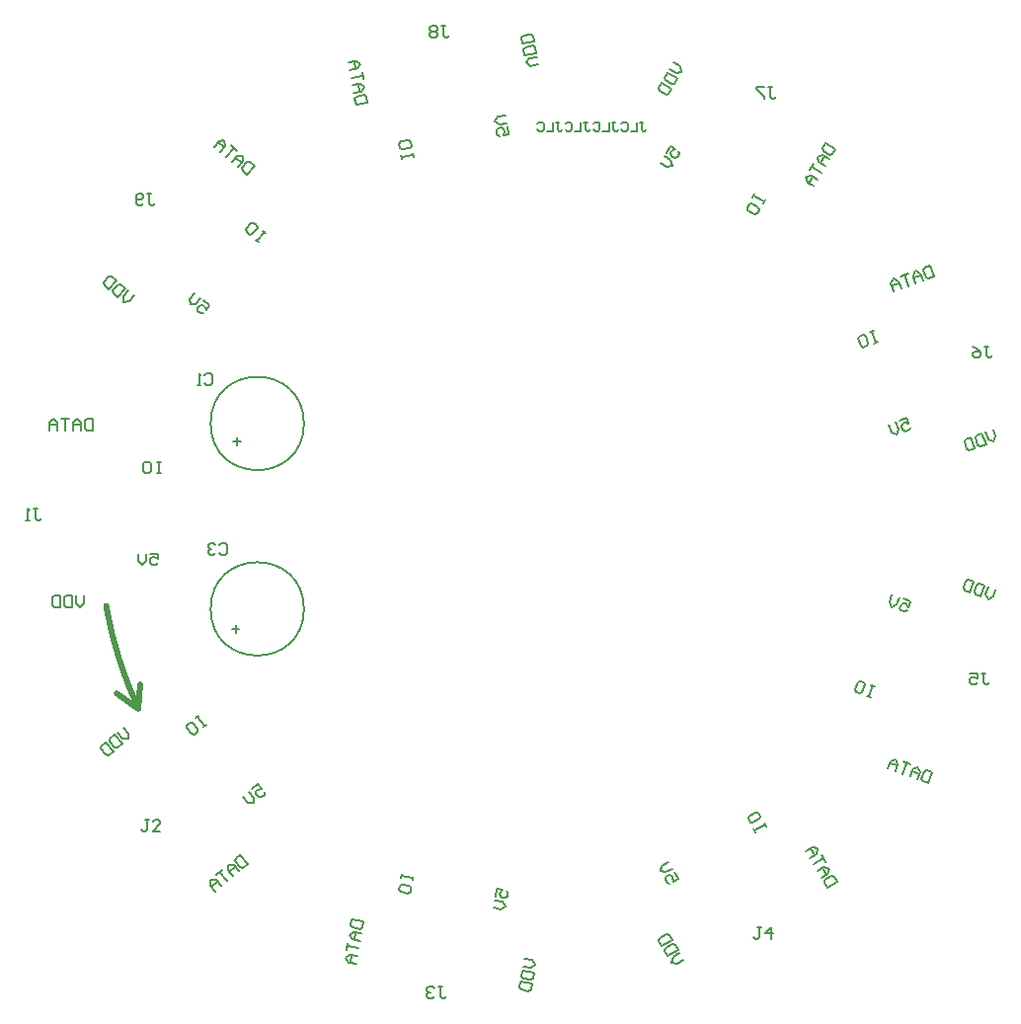
<source format=gbo>
G04*
G04 #@! TF.GenerationSoftware,Altium Limited,Altium Designer,21.7.2 (23)*
G04*
G04 Layer_Color=32896*
%FSAX44Y44*%
%MOMM*%
G71*
G04*
G04 #@! TF.SameCoordinates,BC3DF66D-9A31-43CB-B5B9-6859CD03794F*
G04*
G04*
G04 #@! TF.FilePolarity,Positive*
G04*
G01*
G75*
%ADD13C,0.5000*%
%ADD14C,0.2000*%
%ADD102C,0.1500*%
D13*
X00084426Y00359531D02*
G03*
X00112217Y00271210I00344824J00059969D01*
G01*
X00093391Y00284697D02*
X00112217Y00271210D01*
X00112250Y00271500D02*
X00113653Y00292540D01*
D14*
X00254000Y00516000D02*
G03*
X00254000Y00516000I-00040000J00000000D01*
G01*
Y00357000D02*
G03*
X00254000Y00357000I-00040000J00000000D01*
G01*
X00443126Y00056918D02*
X00449690Y00055760D01*
X00452393Y00051900D01*
X00448532Y00049197D01*
X00441969Y00050354D01*
X00441390Y00047073D02*
X00451235Y00045337D01*
X00450367Y00040414D01*
X00448437Y00039063D01*
X00441874Y00040220D01*
X00440522Y00042150D01*
X00441390Y00047073D01*
X00439655Y00037228D02*
X00449499Y00035492D01*
X00448631Y00030569D01*
X00446701Y00029218D01*
X00440138Y00030375D01*
X00438787Y00032305D01*
X00439655Y00037228D01*
X00295230Y00090611D02*
X00305075Y00088875D01*
X00304207Y00083953D01*
X00302277Y00082601D01*
X00295714Y00083759D01*
X00294363Y00085689D01*
X00295230Y00090611D01*
X00303339Y00079030D02*
X00296776Y00080188D01*
X00292916Y00077485D01*
X00295619Y00073625D01*
X00302182Y00072467D01*
X00297260Y00073335D01*
X00298417Y00079898D01*
X00291759Y00070922D02*
X00290601Y00064358D01*
X00291180Y00067640D01*
X00301025Y00065904D01*
X00299868Y00059341D02*
X00293304Y00060498D01*
X00289444Y00057795D01*
X00292147Y00053935D01*
X00298710Y00052777D01*
X00293788Y00053645D01*
X00294945Y00060209D01*
X00337838Y00129364D02*
X00337259Y00126082D01*
X00337549Y00127723D01*
X00347394Y00125987D01*
X00347683Y00127628D01*
X00347104Y00124346D01*
X00335524Y00116237D02*
X00336102Y00119519D01*
X00338032Y00120870D01*
X00344596Y00119713D01*
X00345947Y00117783D01*
X00345368Y00114501D01*
X00343438Y00113150D01*
X00336875Y00114307D01*
X00335524Y00116237D01*
X00418181Y00110550D02*
X00419338Y00117114D01*
X00424261Y00116246D01*
X00422041Y00113253D01*
X00421752Y00111613D01*
X00423103Y00109682D01*
X00426385Y00109104D01*
X00428315Y00110455D01*
X00428894Y00113737D01*
X00427542Y00115667D01*
X00417602Y00107269D02*
X00424165Y00106111D01*
X00426869Y00102251D01*
X00423008Y00099548D01*
X00416445Y00100705D01*
X00847224Y00373707D02*
X00844944Y00367445D01*
X00840673Y00365453D01*
X00838682Y00369724D01*
X00840961Y00375987D01*
X00837830Y00377126D02*
X00834411Y00367733D01*
X00829714Y00369442D01*
X00828718Y00371577D01*
X00830997Y00377840D01*
X00833133Y00378836D01*
X00837830Y00377126D01*
X00828436Y00380546D02*
X00825017Y00371152D01*
X00820320Y00372861D01*
X00819324Y00374997D01*
X00821603Y00381259D01*
X00823739Y00382255D01*
X00828436Y00380546D01*
X00767711Y00365737D02*
X00773974Y00363457D01*
X00772264Y00358760D01*
X00769703Y00361466D01*
X00768137Y00362035D01*
X00766002Y00361040D01*
X00764862Y00357908D01*
X00765858Y00355773D01*
X00768989Y00354633D01*
X00771124Y00355629D01*
X00764580Y00366876D02*
X00762300Y00360614D01*
X00758029Y00358622D01*
X00756038Y00362893D01*
X00758317Y00369156D01*
X00743474Y00290707D02*
X00740342Y00291847D01*
X00741908Y00291277D01*
X00738489Y00281883D01*
X00740055Y00281313D01*
X00736923Y00282453D01*
X00730949Y00295266D02*
X00734080Y00294126D01*
X00735076Y00291991D01*
X00732796Y00285728D01*
X00730661Y00284732D01*
X00727530Y00285872D01*
X00726534Y00288008D01*
X00728813Y00294270D01*
X00730949Y00295266D01*
X00792724Y00216957D02*
X00789305Y00207563D01*
X00784608Y00209273D01*
X00783612Y00211408D01*
X00785891Y00217671D01*
X00788027Y00218667D01*
X00792724Y00216957D01*
X00779911Y00210982D02*
X00782190Y00217245D01*
X00780199Y00221516D01*
X00775928Y00219524D01*
X00773648Y00213262D01*
X00775358Y00217959D01*
X00781620Y00215679D01*
X00773936Y00223796D02*
X00767673Y00226075D01*
X00770805Y00224935D01*
X00767386Y00215541D01*
X00761123Y00217821D02*
X00763402Y00224083D01*
X00761411Y00228354D01*
X00757140Y00226363D01*
X00754860Y00220100D01*
X00756570Y00224797D01*
X00762832Y00222518D01*
X00570621Y00825452D02*
X00576393Y00822120D01*
X00577612Y00817568D01*
X00573060Y00816348D01*
X00567289Y00819681D01*
X00565622Y00816795D02*
X00574280Y00811796D01*
X00571781Y00807468D01*
X00569505Y00806858D01*
X00563733Y00810190D01*
X00563123Y00812466D01*
X00565622Y00816795D01*
X00560624Y00808137D02*
X00569282Y00803139D01*
X00566782Y00798810D01*
X00564506Y00798201D01*
X00558735Y00801533D01*
X00558125Y00803809D01*
X00560624Y00808137D01*
X00701111Y00756266D02*
X00709768Y00751268D01*
X00707269Y00746939D01*
X00704993Y00746329D01*
X00699221Y00749662D01*
X00698611Y00751938D01*
X00701111Y00756266D01*
X00704770Y00742610D02*
X00698998Y00745943D01*
X00694446Y00744723D01*
X00695666Y00740171D01*
X00701437Y00736839D01*
X00697109Y00739338D01*
X00700441Y00745110D01*
X00691114Y00738951D02*
X00687782Y00733180D01*
X00689448Y00736066D01*
X00698105Y00731067D01*
X00694773Y00725295D02*
X00689001Y00728628D01*
X00684449Y00727408D01*
X00685669Y00722856D01*
X00691441Y00719524D01*
X00687112Y00722023D01*
X00690444Y00727795D01*
X00640611Y00712766D02*
X00638944Y00709881D01*
X00639777Y00711323D01*
X00648435Y00706325D01*
X00649268Y00707768D01*
X00647602Y00704882D01*
X00633946Y00701223D02*
X00635612Y00704109D01*
X00637888Y00704719D01*
X00643660Y00701386D01*
X00644270Y00699110D01*
X00642603Y00696225D01*
X00640328Y00695615D01*
X00634556Y00698947D01*
X00633946Y00701223D01*
X00564528Y00747995D02*
X00567860Y00753766D01*
X00572189Y00751267D01*
X00569080Y00749214D01*
X00568247Y00747772D01*
X00568857Y00745496D01*
X00571743Y00743829D01*
X00574019Y00744439D01*
X00575685Y00747325D01*
X00575075Y00749601D01*
X00562862Y00745109D02*
X00568634Y00741777D01*
X00569853Y00737225D01*
X00565302Y00736005D01*
X00559530Y00739337D01*
X00209651Y00202371D02*
X00214757Y00206654D01*
X00217969Y00202826D01*
X00214346Y00201960D01*
X00213069Y00200889D01*
X00212864Y00198542D01*
X00215006Y00195989D01*
X00217353Y00195784D01*
X00219906Y00197926D01*
X00220111Y00200273D01*
X00207099Y00200229D02*
X00211383Y00195123D01*
X00210972Y00190429D01*
X00206277Y00190840D01*
X00201993Y00195945D01*
X00099256Y00255404D02*
X00103540Y00250299D01*
X00103130Y00245605D01*
X00098435Y00246015D01*
X00094151Y00251121D01*
X00091599Y00248979D02*
X00098024Y00241321D01*
X00094195Y00238108D01*
X00091848Y00238313D01*
X00087564Y00243419D01*
X00087770Y00245766D01*
X00091599Y00248979D01*
X00083941Y00242553D02*
X00090366Y00234895D01*
X00086537Y00231682D01*
X00084190Y00231887D01*
X00079906Y00236993D01*
X00080112Y00239340D01*
X00083941Y00242553D01*
X00163757Y00265655D02*
X00161204Y00263512D01*
X00162480Y00264583D01*
X00168906Y00256926D01*
X00170182Y00257997D01*
X00167630Y00255855D01*
X00153546Y00257087D02*
X00156098Y00259229D01*
X00158446Y00259023D01*
X00162730Y00253918D01*
X00162524Y00251571D01*
X00159972Y00249429D01*
X00157624Y00249634D01*
X00153341Y00254739D01*
X00153546Y00257087D01*
X00199256Y00146154D02*
X00205682Y00138497D01*
X00201853Y00135284D01*
X00199506Y00135489D01*
X00195222Y00140594D01*
X00195427Y00142942D01*
X00199256Y00146154D01*
X00198024Y00132071D02*
X00193741Y00137176D01*
X00189046Y00137587D01*
X00188635Y00132892D01*
X00192919Y00127787D01*
X00189706Y00131616D01*
X00194811Y00135900D01*
X00183941Y00133303D02*
X00178835Y00129019D01*
X00181388Y00131161D01*
X00187814Y00123503D01*
X00182708Y00119219D02*
X00178425Y00124324D01*
X00173730Y00124735D01*
X00173319Y00120041D01*
X00177603Y00114935D01*
X00174390Y00118764D01*
X00179496Y00123048D01*
X00837416Y00582248D02*
X00840748D01*
X00839082D01*
Y00573918D01*
X00840748Y00572252D01*
X00842414D01*
X00844081Y00573918D01*
X00827419Y00582248D02*
X00830752Y00580582D01*
X00834084Y00577250D01*
Y00573918D01*
X00832418Y00572252D01*
X00829085D01*
X00827419Y00573918D01*
Y00575584D01*
X00829085Y00577250D01*
X00834084D01*
X00120910Y00176328D02*
X00117578D01*
X00119244D01*
Y00167997D01*
X00117578Y00166331D01*
X00115912D01*
X00114245Y00167997D01*
X00130907Y00166331D02*
X00124242D01*
X00130907Y00172995D01*
Y00174662D01*
X00129241Y00176328D01*
X00125908D01*
X00124242Y00174662D01*
X00835166Y00301998D02*
X00838498D01*
X00836832D01*
Y00293668D01*
X00838498Y00292002D01*
X00840164D01*
X00841831Y00293668D01*
X00825169Y00301998D02*
X00831834D01*
Y00297000D01*
X00828502Y00298666D01*
X00826835D01*
X00825169Y00297000D01*
Y00293668D01*
X00826835Y00292002D01*
X00830168D01*
X00831834Y00293668D01*
X00371666Y00857248D02*
X00374998D01*
X00373332D01*
Y00848918D01*
X00374998Y00847252D01*
X00376665D01*
X00378331Y00848918D01*
X00368334Y00855582D02*
X00366668Y00857248D01*
X00363335D01*
X00361669Y00855582D01*
Y00853916D01*
X00363335Y00852250D01*
X00361669Y00850584D01*
Y00848918D01*
X00363335Y00847252D01*
X00366668D01*
X00368334Y00848918D01*
Y00850584D01*
X00366668Y00852250D01*
X00368334Y00853916D01*
Y00855582D01*
X00366668Y00852250D02*
X00363335D01*
X00454717Y00823803D02*
X00448154Y00822645D01*
X00444294Y00825349D01*
X00446997Y00829209D01*
X00453560Y00830366D01*
X00452981Y00833648D02*
X00443136Y00831912D01*
X00442268Y00836834D01*
X00443620Y00838764D01*
X00450183Y00839922D01*
X00452113Y00838570D01*
X00452981Y00833648D01*
X00451245Y00843493D02*
X00441400Y00841757D01*
X00440532Y00846679D01*
X00441884Y00848609D01*
X00448447Y00849766D01*
X00450377Y00848415D01*
X00451245Y00843493D01*
X00308467Y00791303D02*
X00298622Y00789567D01*
X00297754Y00794489D01*
X00299106Y00796419D01*
X00305669Y00797577D01*
X00307599Y00796225D01*
X00308467Y00791303D01*
X00296886Y00799412D02*
X00303450Y00800569D01*
X00306153Y00804429D01*
X00302292Y00807132D01*
X00295729Y00805975D01*
X00300652Y00806843D01*
X00301809Y00800280D01*
X00304995Y00810993D02*
X00303838Y00817556D01*
X00304417Y00814274D01*
X00294572Y00812538D01*
X00293415Y00819102D02*
X00299978Y00820259D01*
X00302681Y00824119D01*
X00298820Y00826822D01*
X00292257Y00825665D01*
X00297180Y00826533D01*
X00298337Y00819969D01*
X00347967Y00744303D02*
X00347389Y00747584D01*
X00347678Y00745944D01*
X00337833Y00744208D01*
X00338122Y00742567D01*
X00337544Y00745848D01*
X00345653Y00757429D02*
X00346231Y00754148D01*
X00344880Y00752217D01*
X00338317Y00751060D01*
X00336386Y00752412D01*
X00335808Y00755693D01*
X00337159Y00757624D01*
X00343722Y00758781D01*
X00345653Y00757429D01*
X00428560Y00770366D02*
X00429717Y00763803D01*
X00424795Y00762935D01*
X00425857Y00766506D01*
X00425568Y00768147D01*
X00423638Y00769498D01*
X00420356Y00768919D01*
X00419004Y00766989D01*
X00419583Y00763708D01*
X00421513Y00762356D01*
X00427981Y00773648D02*
X00421418Y00772490D01*
X00417558Y00775193D01*
X00420261Y00779054D01*
X00426824Y00780211D01*
X00646334Y00083748D02*
X00643002D01*
X00644668D01*
Y00075418D01*
X00643002Y00073752D01*
X00641336D01*
X00639669Y00075418D01*
X00654665Y00073752D02*
Y00083748D01*
X00649666Y00078750D01*
X00656331D01*
X00579640Y00055980D02*
X00573868Y00052648D01*
X00569316Y00053868D01*
X00570536Y00058420D01*
X00576307Y00061752D01*
X00574641Y00064638D02*
X00565984Y00059640D01*
X00563484Y00063968D01*
X00564094Y00066244D01*
X00569866Y00069576D01*
X00572142Y00068967D01*
X00574641Y00064638D01*
X00569643Y00073295D02*
X00560985Y00068297D01*
X00558486Y00072626D01*
X00559096Y00074902D01*
X00564868Y00078234D01*
X00567144Y00077624D01*
X00569643Y00073295D01*
X00711140Y00122730D02*
X00702482Y00117732D01*
X00699983Y00122061D01*
X00700593Y00124337D01*
X00706364Y00127669D01*
X00708640Y00127059D01*
X00711140Y00122730D01*
X00697484Y00126390D02*
X00703255Y00129722D01*
X00704475Y00134274D01*
X00699923Y00135493D01*
X00694151Y00132161D01*
X00698480Y00134660D01*
X00701812Y00128889D01*
X00701143Y00140045D02*
X00697811Y00145817D01*
X00699477Y00142931D01*
X00690819Y00137933D01*
X00687487Y00143704D02*
X00693259Y00147037D01*
X00694478Y00151589D01*
X00689926Y00152808D01*
X00684155Y00149476D01*
X00688483Y00151975D01*
X00691816Y00146204D01*
X00650139Y00170480D02*
X00648473Y00173366D01*
X00649306Y00171923D01*
X00640649Y00166925D01*
X00641482Y00165482D01*
X00639816Y00168368D01*
X00643475Y00182024D02*
X00645141Y00179138D01*
X00644531Y00176862D01*
X00638760Y00173530D01*
X00636484Y00174139D01*
X00634818Y00177025D01*
X00635427Y00179301D01*
X00641199Y00182633D01*
X00643475Y00182024D01*
X00571557Y00131502D02*
X00574889Y00125730D01*
X00570561Y00123231D01*
X00570338Y00126950D01*
X00569505Y00128393D01*
X00567229Y00129003D01*
X00564343Y00127337D01*
X00563733Y00125061D01*
X00565399Y00122175D01*
X00567675Y00121565D01*
X00569891Y00134388D02*
X00564119Y00131056D01*
X00559567Y00132275D01*
X00560787Y00136827D01*
X00566559Y00140160D01*
X00119839Y00713044D02*
X00123171D01*
X00121505D01*
Y00704713D01*
X00123171Y00703047D01*
X00124837D01*
X00126503Y00704713D01*
X00116506D02*
X00114840Y00703047D01*
X00111508D01*
X00109842Y00704713D01*
Y00711378D01*
X00111508Y00713044D01*
X00114840D01*
X00116506Y00711378D01*
Y00709712D01*
X00114840Y00708045D01*
X00109842D01*
X00108410Y00625834D02*
X00104126Y00620728D01*
X00099431Y00620317D01*
X00099021Y00625012D01*
X00103305Y00630117D01*
X00100752Y00632259D02*
X00094326Y00624601D01*
X00090497Y00627814D01*
X00090292Y00630162D01*
X00094576Y00635267D01*
X00096923Y00635472D01*
X00100752Y00632259D01*
X00093094Y00638685D02*
X00086668Y00631027D01*
X00082839Y00634240D01*
X00082634Y00636587D01*
X00086918Y00641693D01*
X00089265Y00641898D01*
X00093094Y00638685D01*
X00211537Y00737068D02*
X00205112Y00729410D01*
X00201283Y00732623D01*
X00201077Y00734971D01*
X00205361Y00740076D01*
X00207708Y00740281D01*
X00211537Y00737068D01*
X00197454Y00735836D02*
X00201737Y00740941D01*
X00201327Y00745636D01*
X00196632Y00745225D01*
X00192348Y00740120D01*
X00195561Y00743949D01*
X00200667Y00739665D01*
X00196222Y00749920D02*
X00191116Y00754204D01*
X00193669Y00752062D01*
X00187243Y00744404D01*
X00182138Y00748688D02*
X00186422Y00753793D01*
X00186011Y00758488D01*
X00181316Y00758077D01*
X00177032Y00752972D01*
X00180245Y00756801D01*
X00185351Y00752517D01*
X00221429Y00679226D02*
X00218877Y00681367D01*
X00220153Y00680297D01*
X00213727Y00672639D01*
X00215004Y00671568D01*
X00212451Y00673710D01*
X00211219Y00687793D02*
X00213771Y00685651D01*
X00213977Y00683304D01*
X00209693Y00678199D01*
X00207346Y00677993D01*
X00204793Y00680135D01*
X00204587Y00682483D01*
X00208871Y00687588D01*
X00211219Y00687793D01*
X00168074Y00621510D02*
X00173179Y00617226D01*
X00169966Y00613397D01*
X00168485Y00616815D01*
X00167208Y00617886D01*
X00164861Y00617681D01*
X00162719Y00615128D01*
X00162924Y00612780D01*
X00165477Y00610639D01*
X00167824Y00610844D01*
X00165521Y00623651D02*
X00161237Y00618546D01*
X00156543Y00618135D01*
X00156132Y00622830D01*
X00160416Y00627935D01*
X00651916Y00804248D02*
X00655248D01*
X00653582D01*
Y00795918D01*
X00655248Y00794252D01*
X00656915D01*
X00658581Y00795918D01*
X00648584Y00804248D02*
X00641919D01*
Y00802582D01*
X00648584Y00795918D01*
Y00794252D01*
X00844768Y00511089D02*
X00847047Y00504827D01*
X00845055Y00500556D01*
X00840784Y00502547D01*
X00838505Y00508810D01*
X00835374Y00507670D02*
X00838793Y00498276D01*
X00834096Y00496567D01*
X00831960Y00497562D01*
X00829681Y00503825D01*
X00830677Y00505961D01*
X00835374Y00507670D01*
X00825980Y00504251D02*
X00829399Y00494857D01*
X00824702Y00493148D01*
X00822566Y00494143D01*
X00820287Y00500406D01*
X00821283Y00502542D01*
X00825980Y00504251D01*
X00790768Y00651339D02*
X00794187Y00641945D01*
X00789490Y00640236D01*
X00787354Y00641232D01*
X00785075Y00647494D01*
X00786070Y00649630D01*
X00790768Y00651339D01*
X00784793Y00638526D02*
X00782513Y00644789D01*
X00778242Y00646780D01*
X00776251Y00642509D01*
X00778530Y00636247D01*
X00776821Y00640944D01*
X00783083Y00643223D01*
X00771980Y00644501D02*
X00765717Y00642222D01*
X00768848Y00643361D01*
X00772268Y00633968D01*
X00766005Y00631688D02*
X00763726Y00637951D01*
X00759454Y00639942D01*
X00757463Y00635671D01*
X00759742Y00629409D01*
X00758033Y00634106D01*
X00764295Y00636385D01*
X00742767Y00595339D02*
X00739636Y00594199D01*
X00741202Y00594769D01*
X00744621Y00585376D01*
X00746187Y00585945D01*
X00743055Y00584806D01*
X00730242Y00590780D02*
X00733374Y00591920D01*
X00735509Y00590924D01*
X00737788Y00584662D01*
X00736793Y00582526D01*
X00733661Y00581386D01*
X00731526Y00582382D01*
X00729247Y00588645D01*
X00730242Y00590780D01*
X00764755Y00518310D02*
X00771018Y00520589D01*
X00772727Y00515892D01*
X00769026Y00516318D01*
X00767460Y00515748D01*
X00766464Y00513613D01*
X00767604Y00510482D01*
X00769740Y00509486D01*
X00772871Y00510625D01*
X00773867Y00512761D01*
X00761624Y00517170D02*
X00763903Y00510908D01*
X00761911Y00506637D01*
X00757640Y00508628D01*
X00755361Y00514891D01*
X00369416Y00032998D02*
X00372748D01*
X00371082D01*
Y00024668D01*
X00372748Y00023002D01*
X00374414D01*
X00376081Y00024668D01*
X00366084Y00031332D02*
X00364418Y00032998D01*
X00361086D01*
X00359419Y00031332D01*
Y00029666D01*
X00361086Y00028000D01*
X00362752D01*
X00361086D01*
X00359419Y00026334D01*
Y00024668D01*
X00361086Y00023002D01*
X00364418D01*
X00366084Y00024668D01*
X00021916Y00442998D02*
X00025248D01*
X00023582D01*
Y00434668D01*
X00025248Y00433002D01*
X00026914D01*
X00028581Y00434668D01*
X00018584Y00433002D02*
X00015251D01*
X00016918D01*
Y00442998D01*
X00018584Y00441332D01*
X00065250Y00368747D02*
Y00362082D01*
X00061918Y00358750D01*
X00058586Y00362082D01*
Y00368747D01*
X00055253D02*
Y00358750D01*
X00050255D01*
X00048589Y00360416D01*
Y00367081D01*
X00050255Y00368747D01*
X00055253D01*
X00045256D02*
Y00358750D01*
X00040258D01*
X00038592Y00360416D01*
Y00367081D01*
X00040258Y00368747D01*
X00045256D01*
X00072750Y00520247D02*
Y00510250D01*
X00067752D01*
X00066086Y00511916D01*
Y00518581D01*
X00067752Y00520247D01*
X00072750D01*
X00062753Y00510250D02*
Y00516914D01*
X00059421Y00520247D01*
X00056089Y00516914D01*
Y00510250D01*
Y00515248D01*
X00062753D01*
X00052757Y00520247D02*
X00046092D01*
X00049424D01*
Y00510250D01*
X00042760D02*
Y00516914D01*
X00039427Y00520247D01*
X00036095Y00516914D01*
Y00510250D01*
Y00515248D01*
X00042760D01*
X00131250Y00483247D02*
X00127918D01*
X00129584D01*
Y00473250D01*
X00131250D01*
X00127918D01*
X00117921Y00483247D02*
X00121253D01*
X00122919Y00481581D01*
Y00474916D01*
X00121253Y00473250D01*
X00117921D01*
X00116255Y00474916D01*
Y00481581D01*
X00117921Y00483247D01*
X00121835Y00404497D02*
X00128500D01*
Y00399498D01*
X00125168Y00401165D01*
X00123502D01*
X00121835Y00399498D01*
Y00396166D01*
X00123502Y00394500D01*
X00126834D01*
X00128500Y00396166D01*
X00118503Y00404497D02*
Y00397832D01*
X00115171Y00394500D01*
X00111839Y00397832D01*
Y00404497D01*
X00193500Y00500502D02*
X00200165D01*
X00196832Y00497169D02*
Y00503834D01*
X00192000Y00339752D02*
X00198664D01*
X00195332Y00336419D02*
Y00343084D01*
X00181666Y00411332D02*
X00183332Y00412998D01*
X00186665D01*
X00188331Y00411332D01*
Y00404668D01*
X00186665Y00403002D01*
X00183332D01*
X00181666Y00404668D01*
X00178334Y00411332D02*
X00176668Y00412998D01*
X00173335D01*
X00171669Y00411332D01*
Y00409666D01*
X00173335Y00408000D01*
X00175002D01*
X00173335D01*
X00171669Y00406334D01*
Y00404668D01*
X00173335Y00403002D01*
X00176668D01*
X00178334Y00404668D01*
X00169000Y00557332D02*
X00170666Y00558998D01*
X00173998D01*
X00175665Y00557332D01*
Y00550668D01*
X00173998Y00549002D01*
X00170666D01*
X00169000Y00550668D01*
X00165668Y00549002D02*
X00162335D01*
X00164002D01*
Y00558998D01*
X00165668Y00557332D01*
D102*
X00542168Y00774497D02*
X00544834D01*
X00543501D01*
Y00767833D01*
X00544834Y00766500D01*
X00546167D01*
X00547500Y00767833D01*
X00539503Y00774497D02*
Y00766500D01*
X00534171D01*
X00526174Y00773165D02*
X00527506Y00774497D01*
X00530172D01*
X00531505Y00773165D01*
Y00767833D01*
X00530172Y00766500D01*
X00527506D01*
X00526174Y00767833D01*
X00518176Y00774497D02*
X00520842D01*
X00519509D01*
Y00767833D01*
X00520842Y00766500D01*
X00522175D01*
X00523508Y00767833D01*
X00515510Y00774497D02*
Y00766500D01*
X00510179D01*
X00502181Y00773165D02*
X00503514Y00774497D01*
X00506180D01*
X00507513Y00773165D01*
Y00767833D01*
X00506180Y00766500D01*
X00503514D01*
X00502181Y00767833D01*
X00494184Y00774497D02*
X00496850D01*
X00495517D01*
Y00767833D01*
X00496850Y00766500D01*
X00498183D01*
X00499515Y00767833D01*
X00491518Y00774497D02*
Y00766500D01*
X00486186D01*
X00478189Y00773165D02*
X00479522Y00774497D01*
X00482188D01*
X00483521Y00773165D01*
Y00767833D01*
X00482188Y00766500D01*
X00479522D01*
X00478189Y00767833D01*
X00470192Y00774497D02*
X00472858D01*
X00471525D01*
Y00767833D01*
X00472858Y00766500D01*
X00474190D01*
X00475523Y00767833D01*
X00467526Y00774497D02*
Y00766500D01*
X00462194D01*
X00454197Y00773165D02*
X00455530Y00774497D01*
X00458195D01*
X00459528Y00773165D01*
Y00767833D01*
X00458195Y00766500D01*
X00455530D01*
X00454197Y00767833D01*
M02*

</source>
